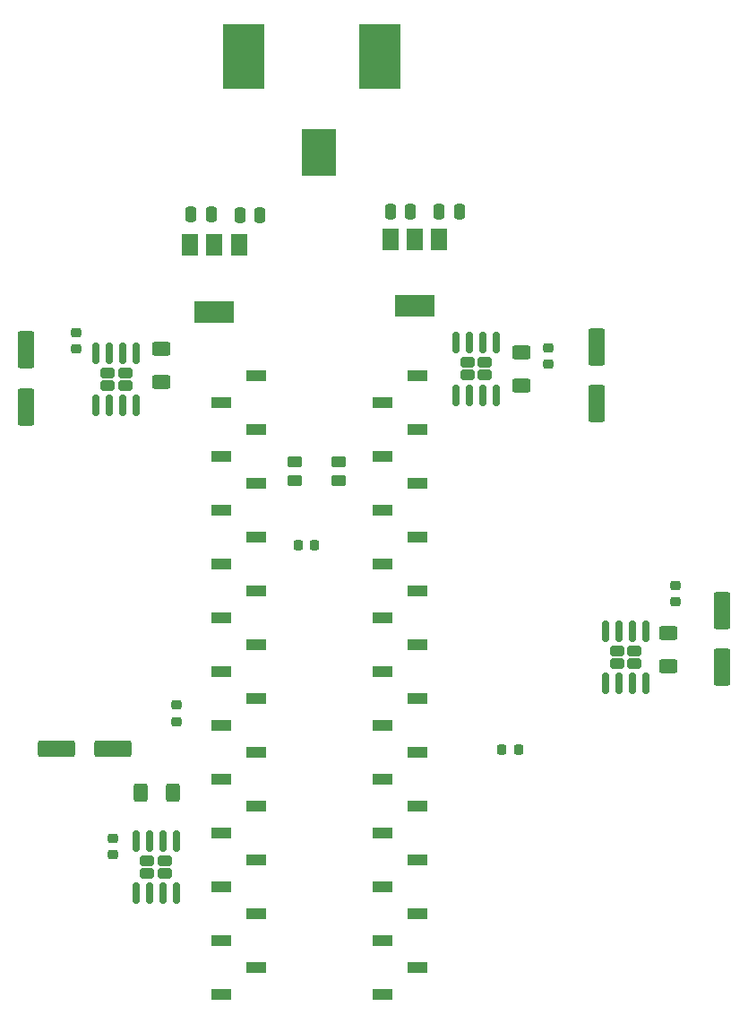
<source format=gbp>
%TF.GenerationSoftware,KiCad,Pcbnew,7.0.9*%
%TF.CreationDate,2024-01-26T12:36:02+01:00*%
%TF.ProjectId,maglev26,6d61676c-6576-4323-962e-6b696361645f,1.0*%
%TF.SameCoordinates,Original*%
%TF.FileFunction,Paste,Bot*%
%TF.FilePolarity,Positive*%
%FSLAX46Y46*%
G04 Gerber Fmt 4.6, Leading zero omitted, Abs format (unit mm)*
G04 Created by KiCad (PCBNEW 7.0.9) date 2024-01-26 12:36:02*
%MOMM*%
%LPD*%
G01*
G04 APERTURE LIST*
G04 Aperture macros list*
%AMRoundRect*
0 Rectangle with rounded corners*
0 $1 Rounding radius*
0 $2 $3 $4 $5 $6 $7 $8 $9 X,Y pos of 4 corners*
0 Add a 4 corners polygon primitive as box body*
4,1,4,$2,$3,$4,$5,$6,$7,$8,$9,$2,$3,0*
0 Add four circle primitives for the rounded corners*
1,1,$1+$1,$2,$3*
1,1,$1+$1,$4,$5*
1,1,$1+$1,$6,$7*
1,1,$1+$1,$8,$9*
0 Add four rect primitives between the rounded corners*
20,1,$1+$1,$2,$3,$4,$5,0*
20,1,$1+$1,$4,$5,$6,$7,0*
20,1,$1+$1,$6,$7,$8,$9,0*
20,1,$1+$1,$8,$9,$2,$3,0*%
G04 Aperture macros list end*
%ADD10RoundRect,0.250000X-0.250000X-0.475000X0.250000X-0.475000X0.250000X0.475000X-0.250000X0.475000X0*%
%ADD11RoundRect,0.250000X-0.450000X0.262500X-0.450000X-0.262500X0.450000X-0.262500X0.450000X0.262500X0*%
%ADD12RoundRect,0.250000X-0.550000X1.500000X-0.550000X-1.500000X0.550000X-1.500000X0.550000X1.500000X0*%
%ADD13RoundRect,0.250000X-0.625000X0.400000X-0.625000X-0.400000X0.625000X-0.400000X0.625000X0.400000X0*%
%ADD14RoundRect,0.225000X-0.225000X-0.250000X0.225000X-0.250000X0.225000X0.250000X-0.225000X0.250000X0*%
%ADD15RoundRect,0.242500X0.422500X-0.242500X0.422500X0.242500X-0.422500X0.242500X-0.422500X-0.242500X0*%
%ADD16RoundRect,0.150000X0.150000X-0.825000X0.150000X0.825000X-0.150000X0.825000X-0.150000X-0.825000X0*%
%ADD17RoundRect,0.225000X0.225000X0.250000X-0.225000X0.250000X-0.225000X-0.250000X0.225000X-0.250000X0*%
%ADD18R,1.500000X2.000000*%
%ADD19R,3.800000X2.000000*%
%ADD20RoundRect,0.250000X-1.500000X-0.550000X1.500000X-0.550000X1.500000X0.550000X-1.500000X0.550000X0*%
%ADD21R,1.900000X1.000000*%
%ADD22RoundRect,0.250000X0.250000X0.475000X-0.250000X0.475000X-0.250000X-0.475000X0.250000X-0.475000X0*%
%ADD23R,3.300000X4.400000*%
%ADD24R,3.900000X6.200000*%
%ADD25RoundRect,0.225000X-0.250000X0.225000X-0.250000X-0.225000X0.250000X-0.225000X0.250000X0.225000X0*%
%ADD26RoundRect,0.250000X0.450000X-0.262500X0.450000X0.262500X-0.450000X0.262500X-0.450000X-0.262500X0*%
%ADD27RoundRect,0.250000X0.400000X0.625000X-0.400000X0.625000X-0.400000X-0.625000X0.400000X-0.625000X0*%
G04 APERTURE END LIST*
D10*
X139020000Y-70930400D03*
X140920000Y-70930400D03*
D11*
X148336000Y-94210500D03*
X148336000Y-96035500D03*
D12*
X172700000Y-83370400D03*
X172700000Y-88770400D03*
D13*
X179451000Y-110434000D03*
X179451000Y-113534000D03*
D14*
X163766200Y-121412000D03*
X165316200Y-121412000D03*
D10*
X134380000Y-70900400D03*
X136280000Y-70900400D03*
D15*
X130239000Y-133096000D03*
X131889000Y-133096000D03*
X130239000Y-131896000D03*
X131889000Y-131896000D03*
D16*
X132969000Y-134971000D03*
X131699000Y-134971000D03*
X130429000Y-134971000D03*
X129159000Y-134971000D03*
X129159000Y-130021000D03*
X130429000Y-130021000D03*
X131699000Y-130021000D03*
X132969000Y-130021000D03*
D15*
X126492000Y-87052000D03*
X128142000Y-87052000D03*
X126492000Y-85852000D03*
X128142000Y-85852000D03*
D16*
X129222000Y-88927000D03*
X127952000Y-88927000D03*
X126682000Y-88927000D03*
X125412000Y-88927000D03*
X125412000Y-83977000D03*
X126682000Y-83977000D03*
X127952000Y-83977000D03*
X129222000Y-83977000D03*
D17*
X146063000Y-102108000D03*
X144513000Y-102108000D03*
D12*
X118810000Y-83670400D03*
X118810000Y-89070400D03*
X184540000Y-108260400D03*
X184540000Y-113660400D03*
D18*
X134290000Y-73780400D03*
X136590000Y-73780400D03*
D19*
X136590000Y-80080400D03*
D18*
X138890000Y-73780400D03*
D20*
X121630000Y-121360400D03*
X127030000Y-121360400D03*
D21*
X152520000Y-144517150D03*
X155820000Y-141977150D03*
X152520000Y-139437150D03*
X155820000Y-136897150D03*
X152520000Y-134357150D03*
X155820000Y-131817150D03*
X152520000Y-129277150D03*
X155820000Y-126737150D03*
X152520000Y-124197150D03*
X155820000Y-121657150D03*
X152520000Y-119117150D03*
X155820000Y-116577150D03*
X152520000Y-114037150D03*
X155820000Y-111497150D03*
X152520000Y-108957150D03*
X155820000Y-106417150D03*
X152520000Y-103877150D03*
X155820000Y-101337150D03*
X152520000Y-98797150D03*
X155820000Y-96257150D03*
X152520000Y-93717150D03*
X155820000Y-91177150D03*
X152520000Y-88637150D03*
X155820000Y-86097150D03*
D13*
X131572000Y-83597000D03*
X131572000Y-86697000D03*
D22*
X159750000Y-70570400D03*
X157850000Y-70570400D03*
D23*
X146500000Y-65000000D03*
D24*
X139350000Y-56000000D03*
X152250000Y-56000000D03*
D15*
X160490000Y-86060400D03*
X162140000Y-86060400D03*
X160490000Y-84860400D03*
X162140000Y-84860400D03*
D16*
X163220000Y-87935400D03*
X161950000Y-87935400D03*
X160680000Y-87935400D03*
X159410000Y-87935400D03*
X159410000Y-82985400D03*
X160680000Y-82985400D03*
X161950000Y-82985400D03*
X163220000Y-82985400D03*
D25*
X127000000Y-129781000D03*
X127000000Y-131331000D03*
D13*
X165570000Y-83945400D03*
X165570000Y-87045400D03*
D18*
X153210000Y-73240400D03*
X155510000Y-73240400D03*
D19*
X155510000Y-79540400D03*
D18*
X157810000Y-73240400D03*
D26*
X144145000Y-96035500D03*
X144145000Y-94210500D03*
D15*
X174626000Y-113284000D03*
X176276000Y-113284000D03*
X174626000Y-112084000D03*
X176276000Y-112084000D03*
D16*
X177356000Y-115159000D03*
X176086000Y-115159000D03*
X174816000Y-115159000D03*
X173546000Y-115159000D03*
X173546000Y-110209000D03*
X174816000Y-110209000D03*
X176086000Y-110209000D03*
X177356000Y-110209000D03*
D25*
X132969000Y-117221000D03*
X132969000Y-118771000D03*
D22*
X155130000Y-70580400D03*
X153230000Y-70580400D03*
D25*
X123490000Y-82035400D03*
X123490000Y-83585400D03*
D21*
X137280000Y-144517150D03*
X140580000Y-141977150D03*
X137280000Y-139437150D03*
X140580000Y-136897150D03*
X137280000Y-134357150D03*
X140580000Y-131817150D03*
X137280000Y-129277150D03*
X140580000Y-126737150D03*
X137280000Y-124197150D03*
X140580000Y-121657150D03*
X137280000Y-119117150D03*
X140580000Y-116577150D03*
X137280000Y-114037150D03*
X140580000Y-111497150D03*
X137280000Y-108957150D03*
X140580000Y-106417150D03*
X137280000Y-103877150D03*
X140580000Y-101337150D03*
X137280000Y-98797150D03*
X140580000Y-96257150D03*
X137280000Y-93717150D03*
X140580000Y-91177150D03*
X137280000Y-88637150D03*
X140580000Y-86097150D03*
D27*
X132680000Y-125500400D03*
X129580000Y-125500400D03*
D25*
X168110000Y-83450400D03*
X168110000Y-85000400D03*
X180150000Y-105895400D03*
X180150000Y-107445400D03*
M02*

</source>
